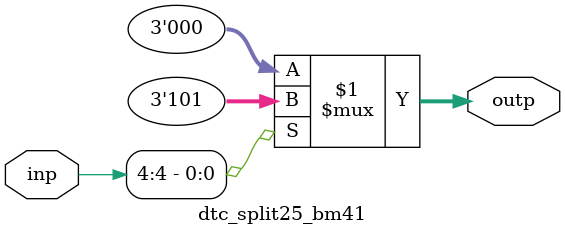
<source format=v>
module dtc_split25_bm41 (
	input  wire [5-1:0] inp,
	output wire [3-1:0] outp
);


	assign outp = (inp[4]) ? 3'b101 : 3'b000;

endmodule
</source>
